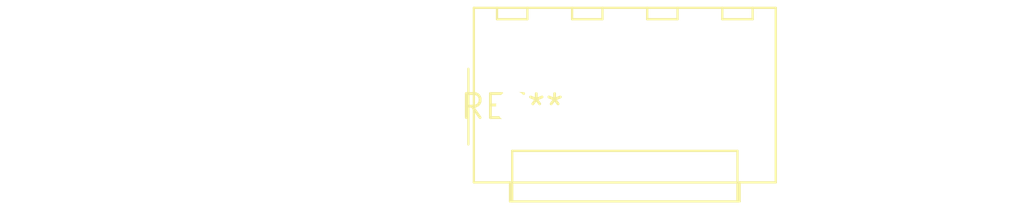
<source format=kicad_pcb>
(kicad_pcb (version 20240108) (generator pcbnew)
  (layers (0 "F.Cu" signal) (31 "B.Cu" signal) (34 "B.Paste" user) (35 "F.Paste" user) (36 "B.SilkS" user "B.Silkscreen") (37 "F.SilkS" user "F.Silkscreen") (38 "B.Mask" user) (39 "F.Mask" user) (44 "Edge.Cuts" user))
  (net 0 "")
  (footprint "Molex_KK-396_A-41791-0004_1x04_P3.96mm_Vertical" (layer "F.Cu") (at 0 0)
    (property "Reference" "REF**")
    (property "Value" "Molex_KK-396_A-41791-0004_1x04_P3.96mm_Vertical")
    (fp_line (start -2.31 -2) (end -2.31 2) (layer "F.SilkS") (stroke (width 0.12)))
    (fp_line (start -2.02 -5.22) (end 13.9 -5.22) (layer "F.SilkS") (stroke (width 0.12)))
    (fp_line (start -2.02 4.005) (end -2.02 -5.22) (layer "F.SilkS") (stroke (width 0.12)))
    (fp_line (start -0.8 -5.22) (end -0.8 -4.62) (layer "F.SilkS") (stroke (width 0.12)))
    (fp_line (start -0.8 -4.62) (end 0.8 -4.62) (layer "F.SilkS") (stroke (width 0.12)))
    (fp_line (start -0.115 4.005) (end -2.02 4.005) (layer "F.SilkS") (stroke (width 0.12)))
    (fp_line (start -0.115 5.01) (end -0.115 4.005) (layer "F.SilkS") (stroke (width 0.12)))
    (fp_line (start 0 2.34) (end 11.88 2.34) (layer "F.SilkS") (stroke (width 0.12)))
    (fp_line (start 0 4.01) (end 0 2.34) (layer "F.SilkS") (stroke (width 0.12)))
    (fp_line (start 0 4.01) (end 11.88 4.01) (layer "F.SilkS") (stroke (width 0.12)))
    (fp_line (start 0 5.01) (end 0 4.01) (layer "F.SilkS") (stroke (width 0.12)))
    (fp_line (start 0.8 -4.62) (end 0.8 -5.22) (layer "F.SilkS") (stroke (width 0.12)))
    (fp_line (start 3.16 -5.22) (end 3.16 -4.62) (layer "F.SilkS") (stroke (width 0.12)))
    (fp_line (start 3.16 -4.62) (end 4.76 -4.62) (layer "F.SilkS") (stroke (width 0.12)))
    (fp_line (start 4.76 -4.62) (end 4.76 -5.22) (layer "F.SilkS") (stroke (width 0.12)))
    (fp_line (start 7.12 -5.22) (end 7.12 -4.62) (layer "F.SilkS") (stroke (width 0.12)))
    (fp_line (start 7.12 -4.62) (end 8.72 -4.62) (layer "F.SilkS") (stroke (width 0.12)))
    (fp_line (start 8.72 -4.62) (end 8.72 -5.22) (layer "F.SilkS") (stroke (width 0.12)))
    (fp_line (start 11.08 -5.22) (end 11.08 -4.62) (layer "F.SilkS") (stroke (width 0.12)))
    (fp_line (start 11.08 -4.62) (end 12.68 -4.62) (layer "F.SilkS") (stroke (width 0.12)))
    (fp_line (start 11.88 2.34) (end 11.88 4.01) (layer "F.SilkS") (stroke (width 0.12)))
    (fp_line (start 11.88 4.01) (end 11.88 5.01) (layer "F.SilkS") (stroke (width 0.12)))
    (fp_line (start 11.995 4.005) (end 11.995 5.01) (layer "F.SilkS") (stroke (width 0.12)))
    (fp_line (start 11.995 5.01) (end -0.115 5.01) (layer "F.SilkS") (stroke (width 0.12)))
    (fp_line (start 12.68 -4.62) (end 12.68 -5.22) (layer "F.SilkS") (stroke (width 0.12)))
    (fp_line (start 13.9 -5.22) (end 13.9 4.005) (layer "F.SilkS") (stroke (width 0.12)))
    (fp_line (start 13.9 4.005) (end 11.995 4.005) (layer "F.SilkS") (stroke (width 0.12)))
    (pad "1" thru_hole roundrect (at 0 0) (size 3.16 4.1) (drill 1.7) (layers *.Cu *.Mask) (remove_unused_layers) (roundrect_rratio 0.079114))
    (pad "2" thru_hole oval (at 3.96 0) (size 3.16 4.1) (drill 1.7) (layers *.Cu *.Mask) (remove_unused_layers))
    (pad "3" thru_hole oval (at 7.92 0) (size 3.16 4.1) (drill 1.7) (layers *.Cu *.Mask) (remove_unused_layers))
    (pad "4" thru_hole oval (at 11.88 0) (size 3.16 4.1) (drill 1.7) (layers *.Cu *.Mask) (remove_unused_layers))
  )
)
</source>
